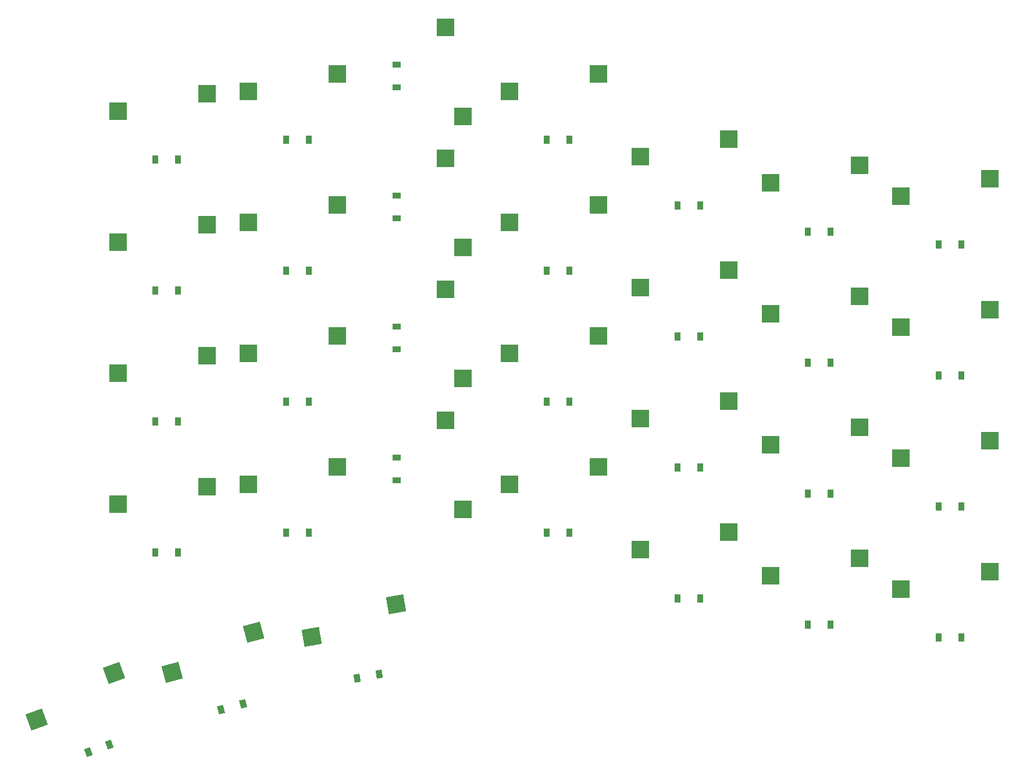
<source format=gbr>
%TF.GenerationSoftware,KiCad,Pcbnew,9.0.3-1.fc42*%
%TF.CreationDate,2025-08-21T15:19:56+02:00*%
%TF.ProjectId,right,72696768-742e-46b6-9963-61645f706362,v1.0.0*%
%TF.SameCoordinates,Original*%
%TF.FileFunction,Paste,Bot*%
%TF.FilePolarity,Positive*%
%FSLAX46Y46*%
G04 Gerber Fmt 4.6, Leading zero omitted, Abs format (unit mm)*
G04 Created by KiCad (PCBNEW 9.0.3-1.fc42) date 2025-08-21 15:19:56*
%MOMM*%
%LPD*%
G01*
G04 APERTURE LIST*
G04 Aperture macros list*
%AMRotRect*
0 Rectangle, with rotation*
0 The origin of the aperture is its center*
0 $1 length*
0 $2 width*
0 $3 Rotation angle, in degrees counterclockwise*
0 Add horizontal line*
21,1,$1,$2,0,0,$3*%
G04 Aperture macros list end*
%ADD10R,0.900000X1.200000*%
%ADD11R,2.500000X2.550000*%
%ADD12RotRect,0.900000X1.200000X10.000000*%
%ADD13R,2.550000X2.500000*%
%ADD14RotRect,2.550000X2.500000X10.000000*%
%ADD15RotRect,0.900000X1.200000X15.000000*%
%ADD16R,1.200000X0.900000*%
%ADD17RotRect,2.550000X2.500000X20.000000*%
%ADD18RotRect,2.550000X2.500000X15.000000*%
%ADD19RotRect,0.900000X1.200000X20.000000*%
G04 APERTURE END LIST*
D10*
%TO.C,D17*%
X279350000Y-189260000D03*
X282650000Y-189260000D03*
%TD*%
D11*
%TO.C,S28*%
X302540000Y-172912500D03*
X305080000Y-185839500D03*
%TD*%
D12*
%TO.C,D25*%
X289681484Y-210433154D03*
X292931350Y-209860116D03*
%TD*%
D13*
%TO.C,S9*%
X330915000Y-191745000D03*
X343842000Y-189205000D03*
%TD*%
D14*
%TO.C,S25*%
X283106571Y-204443886D03*
X295396114Y-199697724D03*
%TD*%
D15*
%TO.C,D26*%
X269892665Y-214967667D03*
X273080221Y-214113567D03*
%TD*%
D10*
%TO.C,D24*%
X260350000Y-134967500D03*
X263650000Y-134967500D03*
%TD*%
%TO.C,D9*%
X336350000Y-198785000D03*
X339650000Y-198785000D03*
%TD*%
%TO.C,D11*%
X336350000Y-160685000D03*
X339650000Y-160685000D03*
%TD*%
%TO.C,D2*%
X374350000Y-185450000D03*
X377650000Y-185450000D03*
%TD*%
%TO.C,D23*%
X260350000Y-154017500D03*
X263650000Y-154017500D03*
%TD*%
D13*
%TO.C,S15*%
X311915000Y-144120000D03*
X324842000Y-141580000D03*
%TD*%
%TO.C,S7*%
X349915000Y-157455000D03*
X362842000Y-154915000D03*
%TD*%
D16*
%TO.C,D28*%
X295500000Y-178347500D03*
X295500000Y-181647500D03*
%TD*%
D10*
%TO.C,D6*%
X355350000Y-183545000D03*
X358650000Y-183545000D03*
%TD*%
D13*
%TO.C,S24*%
X254915000Y-127927500D03*
X267842000Y-125387500D03*
%TD*%
%TO.C,S16*%
X311915000Y-125070000D03*
X324842000Y-122530000D03*
%TD*%
%TO.C,S23*%
X254915000Y-146977500D03*
X267842000Y-144437500D03*
%TD*%
D16*
%TO.C,D30*%
X295500000Y-140247500D03*
X295500000Y-143547500D03*
%TD*%
D13*
%TO.C,S2*%
X368915000Y-178410000D03*
X381842000Y-175870000D03*
%TD*%
D10*
%TO.C,D8*%
X355350000Y-145445000D03*
X358650000Y-145445000D03*
%TD*%
D13*
%TO.C,S14*%
X311915000Y-163170000D03*
X324842000Y-160630000D03*
%TD*%
D10*
%TO.C,D3*%
X374350000Y-166400000D03*
X377650000Y-166400000D03*
%TD*%
D13*
%TO.C,S1*%
X368915000Y-197460000D03*
X381842000Y-194920000D03*
%TD*%
D10*
%TO.C,D22*%
X260350000Y-173067500D03*
X263650000Y-173067500D03*
%TD*%
D16*
%TO.C,D31*%
X295500000Y-121197500D03*
X295500000Y-124497500D03*
%TD*%
D10*
%TO.C,D20*%
X279350000Y-132110000D03*
X282650000Y-132110000D03*
%TD*%
D13*
%TO.C,S18*%
X273915000Y-163170000D03*
X286842000Y-160630000D03*
%TD*%
%TO.C,S13*%
X311915000Y-182220000D03*
X324842000Y-179680000D03*
%TD*%
%TO.C,S5*%
X349915000Y-195555000D03*
X362842000Y-193015000D03*
%TD*%
D10*
%TO.C,D10*%
X336350000Y-179735000D03*
X339650000Y-179735000D03*
%TD*%
D13*
%TO.C,S20*%
X273915000Y-125070000D03*
X286842000Y-122530000D03*
%TD*%
D11*
%TO.C,S31*%
X302540000Y-115762500D03*
X305080000Y-128689500D03*
%TD*%
D16*
%TO.C,D29*%
X295500000Y-159297500D03*
X295500000Y-162597500D03*
%TD*%
D17*
%TO.C,S27*%
X243059309Y-216453080D03*
X254337983Y-209644967D03*
%TD*%
D10*
%TO.C,D13*%
X317350000Y-189260000D03*
X320650000Y-189260000D03*
%TD*%
D13*
%TO.C,S3*%
X368915000Y-159360000D03*
X381842000Y-156820000D03*
%TD*%
%TO.C,S11*%
X330915000Y-153645000D03*
X343842000Y-151105000D03*
%TD*%
%TO.C,S10*%
X330915000Y-172695000D03*
X343842000Y-170155000D03*
%TD*%
D10*
%TO.C,D18*%
X279350000Y-170210000D03*
X282650000Y-170210000D03*
%TD*%
D13*
%TO.C,S21*%
X254915000Y-185077500D03*
X267842000Y-182537500D03*
%TD*%
D11*
%TO.C,S30*%
X302540000Y-134812500D03*
X305080000Y-147739500D03*
%TD*%
D13*
%TO.C,S22*%
X254915000Y-166027500D03*
X267842000Y-163487500D03*
%TD*%
D10*
%TO.C,D12*%
X336350000Y-141635000D03*
X339650000Y-141635000D03*
%TD*%
%TO.C,D21*%
X260350000Y-192117500D03*
X263650000Y-192117500D03*
%TD*%
%TO.C,D14*%
X317350000Y-170210000D03*
X320650000Y-170210000D03*
%TD*%
D18*
%TO.C,S26*%
X262820773Y-209574232D03*
X274649896Y-203775027D03*
%TD*%
D10*
%TO.C,D19*%
X279350000Y-151160000D03*
X282650000Y-151160000D03*
%TD*%
%TO.C,D7*%
X355350000Y-164495000D03*
X358650000Y-164495000D03*
%TD*%
D13*
%TO.C,S17*%
X273915000Y-182220000D03*
X286842000Y-179680000D03*
%TD*%
D10*
%TO.C,D5*%
X355350000Y-202595000D03*
X358650000Y-202595000D03*
%TD*%
D13*
%TO.C,S12*%
X330915000Y-134595000D03*
X343842000Y-132055000D03*
%TD*%
%TO.C,S19*%
X273915000Y-144120000D03*
X286842000Y-141580000D03*
%TD*%
D10*
%TO.C,D15*%
X317350000Y-151160000D03*
X320650000Y-151160000D03*
%TD*%
%TO.C,D1*%
X374350000Y-204500000D03*
X377650000Y-204500000D03*
%TD*%
%TO.C,D4*%
X374350000Y-147350000D03*
X377650000Y-147350000D03*
%TD*%
D13*
%TO.C,S6*%
X349915000Y-176505000D03*
X362842000Y-173965000D03*
%TD*%
D11*
%TO.C,S29*%
X302540000Y-153862500D03*
X305080000Y-166789500D03*
%TD*%
D19*
%TO.C,D27*%
X250574359Y-221209637D03*
X253675345Y-220080971D03*
%TD*%
D10*
%TO.C,D16*%
X317350000Y-132110000D03*
X320650000Y-132110000D03*
%TD*%
D13*
%TO.C,S8*%
X349915000Y-138405000D03*
X362842000Y-135865000D03*
%TD*%
%TO.C,S4*%
X368915000Y-140310000D03*
X381842000Y-137770000D03*
%TD*%
M02*

</source>
